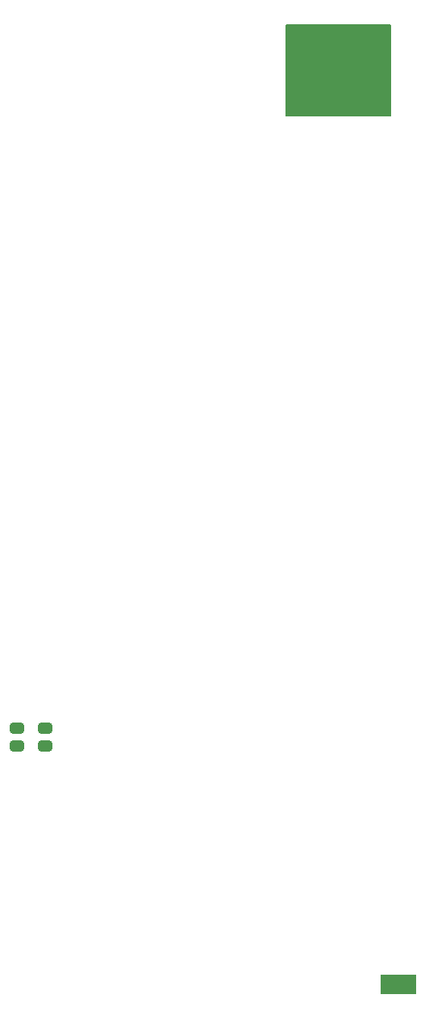
<source format=gbs>
G04 #@! TF.GenerationSoftware,KiCad,Pcbnew,(6.0.9)*
G04 #@! TF.CreationDate,2022-11-10T19:52:35+01:00*
G04 #@! TF.ProjectId,arisu,61726973-752e-46b6-9963-61645f706362,1.1*
G04 #@! TF.SameCoordinates,Original*
G04 #@! TF.FileFunction,Soldermask,Bot*
G04 #@! TF.FilePolarity,Negative*
%FSLAX46Y46*%
G04 Gerber Fmt 4.6, Leading zero omitted, Abs format (unit mm)*
G04 Created by KiCad (PCBNEW (6.0.9)) date 2022-11-10 19:52:35*
%MOMM*%
%LPD*%
G01*
G04 APERTURE LIST*
G04 Aperture macros list*
%AMRoundRect*
0 Rectangle with rounded corners*
0 $1 Rounding radius*
0 $2 $3 $4 $5 $6 $7 $8 $9 X,Y pos of 4 corners*
0 Add a 4 corners polygon primitive as box body*
4,1,4,$2,$3,$4,$5,$6,$7,$8,$9,$2,$3,0*
0 Add four circle primitives for the rounded corners*
1,1,$1+$1,$2,$3*
1,1,$1+$1,$4,$5*
1,1,$1+$1,$6,$7*
1,1,$1+$1,$8,$9*
0 Add four rect primitives between the rounded corners*
20,1,$1+$1,$2,$3,$4,$5,0*
20,1,$1+$1,$4,$5,$6,$7,0*
20,1,$1+$1,$6,$7,$8,$9,0*
20,1,$1+$1,$8,$9,$2,$3,0*%
G04 Aperture macros list end*
%ADD10C,0.150000*%
%ADD11RoundRect,0.301000X0.450000X-0.262500X0.450000X0.262500X-0.450000X0.262500X-0.450000X-0.262500X0*%
%ADD12RoundRect,0.051000X-0.500000X1.000000X-0.500000X-1.000000X0.500000X-1.000000X0.500000X1.000000X0*%
G04 APERTURE END LIST*
D10*
X49500000Y-223000000D02*
X60500000Y-223000000D01*
X60500000Y-223000000D02*
X60500000Y-213500000D01*
X60500000Y-213500000D02*
X49500000Y-213500000D01*
X49500000Y-213500000D02*
X49500000Y-223000000D01*
G36*
X49500000Y-223000000D02*
G01*
X60500000Y-223000000D01*
X60500000Y-213500000D01*
X49500000Y-213500000D01*
X49500000Y-223000000D01*
G37*
X49500000Y-223000000D02*
X60500000Y-223000000D01*
X60500000Y-223000000D02*
X60500000Y-213500000D01*
X60500000Y-213500000D02*
X49500000Y-213500000D01*
X49500000Y-213500000D02*
X49500000Y-223000000D01*
G36*
X49500000Y-223000000D02*
G01*
X60500000Y-223000000D01*
X60500000Y-213500000D01*
X49500000Y-213500000D01*
X49500000Y-223000000D01*
G37*
D11*
X24250000Y-289012500D03*
X24250000Y-287187500D03*
D12*
X60000000Y-314000000D03*
X61270000Y-314000000D03*
X62540000Y-314000000D03*
D11*
X21300000Y-289012500D03*
X21300000Y-287187500D03*
G36*
X61810660Y-312967494D02*
G01*
X61818320Y-312972612D01*
X61818492Y-312972740D01*
X61855946Y-313004040D01*
X61924661Y-313012671D01*
X61987291Y-312982707D01*
X61994800Y-312974040D01*
X61996690Y-312973386D01*
X61998202Y-312974696D01*
X61997975Y-312976461D01*
X61994767Y-312981262D01*
X61991000Y-313000199D01*
X61991000Y-314999801D01*
X61994767Y-315018737D01*
X62002114Y-315029732D01*
X62002245Y-315031727D01*
X62000582Y-315032839D01*
X61999340Y-315032506D01*
X61991680Y-315027388D01*
X61991508Y-315027260D01*
X61954054Y-314995960D01*
X61885339Y-314987329D01*
X61822709Y-315017293D01*
X61815200Y-315025960D01*
X61813310Y-315026614D01*
X61811798Y-315025304D01*
X61812025Y-315023539D01*
X61815233Y-315018738D01*
X61819000Y-314999801D01*
X61819000Y-313000199D01*
X61815233Y-312981263D01*
X61807886Y-312970268D01*
X61807755Y-312968273D01*
X61809418Y-312967161D01*
X61810660Y-312967494D01*
G37*
G36*
X60540660Y-312967494D02*
G01*
X60548320Y-312972612D01*
X60548492Y-312972740D01*
X60585946Y-313004040D01*
X60654661Y-313012671D01*
X60717291Y-312982707D01*
X60724800Y-312974040D01*
X60726690Y-312973386D01*
X60728202Y-312974696D01*
X60727975Y-312976461D01*
X60724767Y-312981262D01*
X60721000Y-313000199D01*
X60721000Y-314999801D01*
X60724767Y-315018737D01*
X60732114Y-315029732D01*
X60732245Y-315031727D01*
X60730582Y-315032839D01*
X60729340Y-315032506D01*
X60721680Y-315027388D01*
X60721508Y-315027260D01*
X60684054Y-314995960D01*
X60615339Y-314987329D01*
X60552709Y-315017293D01*
X60545200Y-315025960D01*
X60543310Y-315026614D01*
X60541798Y-315025304D01*
X60542025Y-315023539D01*
X60545233Y-315018738D01*
X60549000Y-314999801D01*
X60549000Y-313000199D01*
X60545233Y-312981263D01*
X60537886Y-312970268D01*
X60537755Y-312968273D01*
X60539418Y-312967161D01*
X60540660Y-312967494D01*
G37*
M02*

</source>
